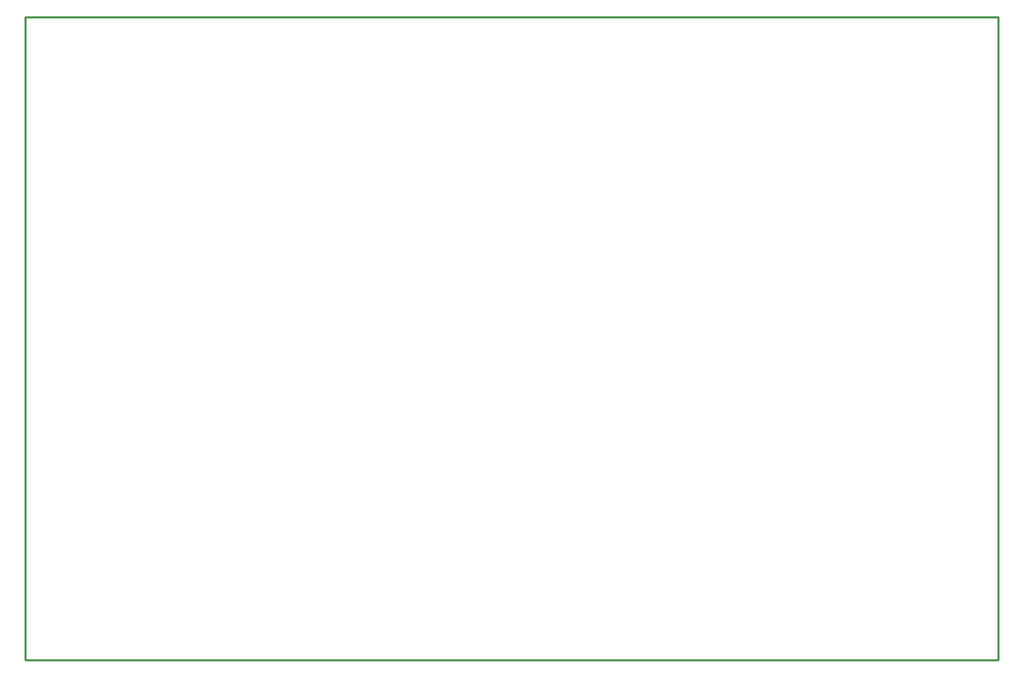
<source format=gko>
G04*
G04 #@! TF.GenerationSoftware,Altium Limited,Altium Designer,20.0.2 (26)*
G04*
G04 Layer_Color=16711935*
%FSLAX25Y25*%
%MOIN*%
G70*
G01*
G75*
%ADD11C,0.01000*%
D11*
X0Y314961D02*
X476378D01*
Y0D02*
Y314961D01*
X0Y0D02*
X476378D01*
X0D02*
Y314961D01*
M02*

</source>
